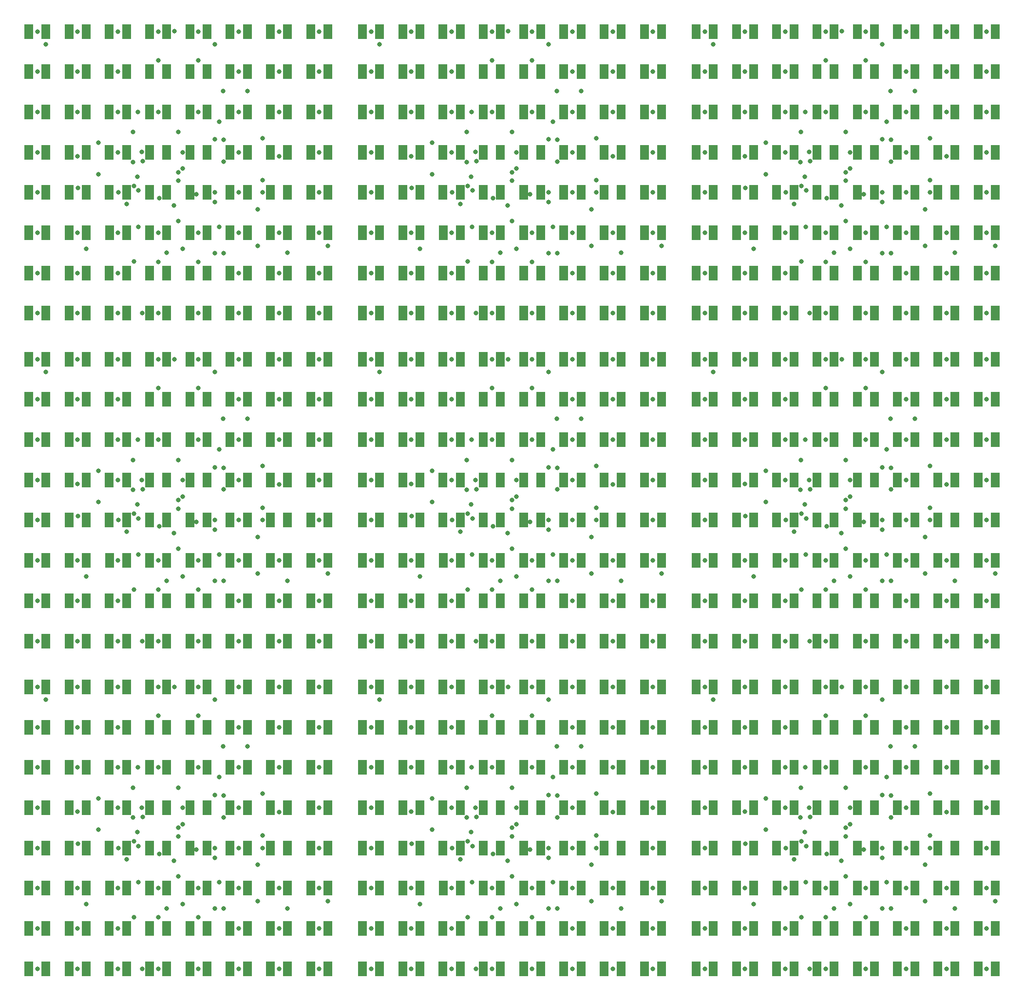
<source format=gbr>
%TF.GenerationSoftware,Altium Limited,Altium Designer,21.6.1 (37)*%
G04 Layer_Color=8388736*
%FSLAX43Y43*%
%MOMM*%
%TF.SameCoordinates,8D5B277E-474B-43DD-86F4-B2073A371E15*%
%TF.FilePolarity,Negative*%
%TF.FileFunction,Soldermask,Top*%
%TF.Part,CustomerPanel*%
G01*
G75*
%TA.AperFunction,SMDPad,CuDef*%
%ADD10R,1.500X2.600*%
%TA.AperFunction,ViaPad*%
%ADD13C,0.800*%
D10*
X149000Y124000D02*
D03*
X146000D02*
D03*
X118000Y166000D02*
D03*
X121000D02*
D03*
X128000D02*
D03*
X125000D02*
D03*
X132000D02*
D03*
X135000D02*
D03*
X142000D02*
D03*
X139000D02*
D03*
X146000D02*
D03*
X149000D02*
D03*
X156000D02*
D03*
X153000D02*
D03*
X160000D02*
D03*
X163000D02*
D03*
X170000D02*
D03*
X167000D02*
D03*
X118000Y159000D02*
D03*
X121000D02*
D03*
X128000D02*
D03*
X125000D02*
D03*
X132000D02*
D03*
X135000D02*
D03*
X142000D02*
D03*
X139000D02*
D03*
X146000D02*
D03*
X149000D02*
D03*
X156000D02*
D03*
X153000D02*
D03*
X160000D02*
D03*
X163000D02*
D03*
X170000D02*
D03*
X167000D02*
D03*
X118000Y152000D02*
D03*
X121000D02*
D03*
X128000D02*
D03*
X125000D02*
D03*
X132000D02*
D03*
X135000D02*
D03*
X142000D02*
D03*
X139000D02*
D03*
X146000D02*
D03*
X149000D02*
D03*
X156000D02*
D03*
X153000D02*
D03*
X160000D02*
D03*
X163000D02*
D03*
X170000D02*
D03*
X167000D02*
D03*
X118000Y145000D02*
D03*
X121000D02*
D03*
X128000D02*
D03*
X125000D02*
D03*
X132000D02*
D03*
X135000D02*
D03*
X142000D02*
D03*
X139000D02*
D03*
X146000D02*
D03*
X149000D02*
D03*
X156000D02*
D03*
X153000D02*
D03*
X160000D02*
D03*
X163000D02*
D03*
X170000D02*
D03*
X167000D02*
D03*
X118000Y138000D02*
D03*
X121000D02*
D03*
X128000D02*
D03*
X125000D02*
D03*
X132000D02*
D03*
X135000D02*
D03*
X142000D02*
D03*
X139000D02*
D03*
X146000D02*
D03*
X149000D02*
D03*
X156000D02*
D03*
X153000D02*
D03*
X160000D02*
D03*
X163000D02*
D03*
X170000D02*
D03*
X167000D02*
D03*
X118000Y131000D02*
D03*
X121000D02*
D03*
X128000D02*
D03*
X125000D02*
D03*
X132030Y131021D02*
D03*
X135030D02*
D03*
X142000Y131000D02*
D03*
X139000D02*
D03*
X146000D02*
D03*
X149000D02*
D03*
X156000D02*
D03*
X153000D02*
D03*
X160000D02*
D03*
X163000D02*
D03*
X170000D02*
D03*
X167000D02*
D03*
X118000Y124000D02*
D03*
X121000D02*
D03*
X128000D02*
D03*
X125000D02*
D03*
X132000D02*
D03*
X135000D02*
D03*
X142000D02*
D03*
X139000D02*
D03*
X156000D02*
D03*
X153000D02*
D03*
X160000D02*
D03*
X163000D02*
D03*
X170000D02*
D03*
X167000D02*
D03*
X118000Y117000D02*
D03*
X121000D02*
D03*
X128000D02*
D03*
X125000D02*
D03*
X132000D02*
D03*
X135000D02*
D03*
X142000D02*
D03*
X139000D02*
D03*
X146000D02*
D03*
X149000D02*
D03*
X156000D02*
D03*
X153000D02*
D03*
X160000D02*
D03*
X163000D02*
D03*
X170000D02*
D03*
X167000D02*
D03*
X149000Y67000D02*
D03*
X146000D02*
D03*
X118000Y109000D02*
D03*
X121000D02*
D03*
X128000D02*
D03*
X125000D02*
D03*
X132000D02*
D03*
X135000D02*
D03*
X142000D02*
D03*
X139000D02*
D03*
X146000D02*
D03*
X149000D02*
D03*
X156000D02*
D03*
X153000D02*
D03*
X160000D02*
D03*
X163000D02*
D03*
X170000D02*
D03*
X167000D02*
D03*
X118000Y102000D02*
D03*
X121000D02*
D03*
X128000D02*
D03*
X125000D02*
D03*
X132000D02*
D03*
X135000D02*
D03*
X142000D02*
D03*
X139000D02*
D03*
X146000D02*
D03*
X149000D02*
D03*
X156000D02*
D03*
X153000D02*
D03*
X160000D02*
D03*
X163000D02*
D03*
X170000D02*
D03*
X167000D02*
D03*
X118000Y95000D02*
D03*
X121000D02*
D03*
X128000D02*
D03*
X125000D02*
D03*
X132000D02*
D03*
X135000D02*
D03*
X142000D02*
D03*
X139000D02*
D03*
X146000D02*
D03*
X149000D02*
D03*
X156000D02*
D03*
X153000D02*
D03*
X160000D02*
D03*
X163000D02*
D03*
X170000D02*
D03*
X167000D02*
D03*
X118000Y88000D02*
D03*
X121000D02*
D03*
X128000D02*
D03*
X125000D02*
D03*
X132000D02*
D03*
X135000D02*
D03*
X142000D02*
D03*
X139000D02*
D03*
X146000D02*
D03*
X149000D02*
D03*
X156000D02*
D03*
X153000D02*
D03*
X160000D02*
D03*
X163000D02*
D03*
X170000D02*
D03*
X167000D02*
D03*
X118000Y81000D02*
D03*
X121000D02*
D03*
X128000D02*
D03*
X125000D02*
D03*
X132000D02*
D03*
X135000D02*
D03*
X142000D02*
D03*
X139000D02*
D03*
X146000D02*
D03*
X149000D02*
D03*
X156000D02*
D03*
X153000D02*
D03*
X160000D02*
D03*
X163000D02*
D03*
X170000D02*
D03*
X167000D02*
D03*
X118000Y74000D02*
D03*
X121000D02*
D03*
X128000D02*
D03*
X125000D02*
D03*
X132030Y74021D02*
D03*
X135030D02*
D03*
X142000Y74000D02*
D03*
X139000D02*
D03*
X146000D02*
D03*
X149000D02*
D03*
X156000D02*
D03*
X153000D02*
D03*
X160000D02*
D03*
X163000D02*
D03*
X170000D02*
D03*
X167000D02*
D03*
X118000Y67000D02*
D03*
X121000D02*
D03*
X128000D02*
D03*
X125000D02*
D03*
X132000D02*
D03*
X135000D02*
D03*
X142000D02*
D03*
X139000D02*
D03*
X156000D02*
D03*
X153000D02*
D03*
X160000D02*
D03*
X163000D02*
D03*
X170000D02*
D03*
X167000D02*
D03*
X118000Y60000D02*
D03*
X121000D02*
D03*
X128000D02*
D03*
X125000D02*
D03*
X132000D02*
D03*
X135000D02*
D03*
X142000D02*
D03*
X139000D02*
D03*
X146000D02*
D03*
X149000D02*
D03*
X156000D02*
D03*
X153000D02*
D03*
X160000D02*
D03*
X163000D02*
D03*
X170000D02*
D03*
X167000D02*
D03*
X149000Y10000D02*
D03*
X146000D02*
D03*
X118000Y52000D02*
D03*
X121000D02*
D03*
X128000D02*
D03*
X125000D02*
D03*
X132000D02*
D03*
X135000D02*
D03*
X142000D02*
D03*
X139000D02*
D03*
X146000D02*
D03*
X149000D02*
D03*
X156000D02*
D03*
X153000D02*
D03*
X160000D02*
D03*
X163000D02*
D03*
X170000D02*
D03*
X167000D02*
D03*
X118000Y45000D02*
D03*
X121000D02*
D03*
X128000D02*
D03*
X125000D02*
D03*
X132000D02*
D03*
X135000D02*
D03*
X142000D02*
D03*
X139000D02*
D03*
X146000D02*
D03*
X149000D02*
D03*
X156000D02*
D03*
X153000D02*
D03*
X160000D02*
D03*
X163000D02*
D03*
X170000D02*
D03*
X167000D02*
D03*
X118000Y38000D02*
D03*
X121000D02*
D03*
X128000D02*
D03*
X125000D02*
D03*
X132000D02*
D03*
X135000D02*
D03*
X142000D02*
D03*
X139000D02*
D03*
X146000D02*
D03*
X149000D02*
D03*
X156000D02*
D03*
X153000D02*
D03*
X160000D02*
D03*
X163000D02*
D03*
X170000D02*
D03*
X167000D02*
D03*
X118000Y31000D02*
D03*
X121000D02*
D03*
X128000D02*
D03*
X125000D02*
D03*
X132000D02*
D03*
X135000D02*
D03*
X142000D02*
D03*
X139000D02*
D03*
X146000D02*
D03*
X149000D02*
D03*
X156000D02*
D03*
X153000D02*
D03*
X160000D02*
D03*
X163000D02*
D03*
X170000D02*
D03*
X167000D02*
D03*
X118000Y24000D02*
D03*
X121000D02*
D03*
X128000D02*
D03*
X125000D02*
D03*
X132000D02*
D03*
X135000D02*
D03*
X142000D02*
D03*
X139000D02*
D03*
X146000D02*
D03*
X149000D02*
D03*
X156000D02*
D03*
X153000D02*
D03*
X160000D02*
D03*
X163000D02*
D03*
X170000D02*
D03*
X167000D02*
D03*
X118000Y17000D02*
D03*
X121000D02*
D03*
X128000D02*
D03*
X125000D02*
D03*
X132030Y17021D02*
D03*
X135030D02*
D03*
X142000Y17000D02*
D03*
X139000D02*
D03*
X146000D02*
D03*
X149000D02*
D03*
X156000D02*
D03*
X153000D02*
D03*
X160000D02*
D03*
X163000D02*
D03*
X170000D02*
D03*
X167000D02*
D03*
X118000Y10000D02*
D03*
X121000D02*
D03*
X128000D02*
D03*
X125000D02*
D03*
X132000D02*
D03*
X135000D02*
D03*
X142000D02*
D03*
X139000D02*
D03*
X156000D02*
D03*
X153000D02*
D03*
X160000D02*
D03*
X163000D02*
D03*
X170000D02*
D03*
X167000D02*
D03*
X118000Y3000D02*
D03*
X121000D02*
D03*
X128000D02*
D03*
X125000D02*
D03*
X132000D02*
D03*
X135000D02*
D03*
X142000D02*
D03*
X139000D02*
D03*
X146000D02*
D03*
X149000D02*
D03*
X156000D02*
D03*
X153000D02*
D03*
X160000D02*
D03*
X163000D02*
D03*
X170000D02*
D03*
X167000D02*
D03*
X91000Y124000D02*
D03*
X88000D02*
D03*
X60000Y166000D02*
D03*
X63000D02*
D03*
X70000D02*
D03*
X67000D02*
D03*
X74000D02*
D03*
X77000D02*
D03*
X84000D02*
D03*
X81000D02*
D03*
X88000D02*
D03*
X91000D02*
D03*
X98000D02*
D03*
X95000D02*
D03*
X102000D02*
D03*
X105000D02*
D03*
X112000D02*
D03*
X109000D02*
D03*
X60000Y159000D02*
D03*
X63000D02*
D03*
X70000D02*
D03*
X67000D02*
D03*
X74000D02*
D03*
X77000D02*
D03*
X84000D02*
D03*
X81000D02*
D03*
X88000D02*
D03*
X91000D02*
D03*
X98000D02*
D03*
X95000D02*
D03*
X102000D02*
D03*
X105000D02*
D03*
X112000D02*
D03*
X109000D02*
D03*
X60000Y152000D02*
D03*
X63000D02*
D03*
X70000D02*
D03*
X67000D02*
D03*
X74000D02*
D03*
X77000D02*
D03*
X84000D02*
D03*
X81000D02*
D03*
X88000D02*
D03*
X91000D02*
D03*
X98000D02*
D03*
X95000D02*
D03*
X102000D02*
D03*
X105000D02*
D03*
X112000D02*
D03*
X109000D02*
D03*
X60000Y145000D02*
D03*
X63000D02*
D03*
X70000D02*
D03*
X67000D02*
D03*
X74000D02*
D03*
X77000D02*
D03*
X84000D02*
D03*
X81000D02*
D03*
X88000D02*
D03*
X91000D02*
D03*
X98000D02*
D03*
X95000D02*
D03*
X102000D02*
D03*
X105000D02*
D03*
X112000D02*
D03*
X109000D02*
D03*
X60000Y138000D02*
D03*
X63000D02*
D03*
X70000D02*
D03*
X67000D02*
D03*
X74000D02*
D03*
X77000D02*
D03*
X84000D02*
D03*
X81000D02*
D03*
X88000D02*
D03*
X91000D02*
D03*
X98000D02*
D03*
X95000D02*
D03*
X102000D02*
D03*
X105000D02*
D03*
X112000D02*
D03*
X109000D02*
D03*
X60000Y131000D02*
D03*
X63000D02*
D03*
X70000D02*
D03*
X67000D02*
D03*
X74030Y131021D02*
D03*
X77030D02*
D03*
X84000Y131000D02*
D03*
X81000D02*
D03*
X88000D02*
D03*
X91000D02*
D03*
X98000D02*
D03*
X95000D02*
D03*
X102000D02*
D03*
X105000D02*
D03*
X112000D02*
D03*
X109000D02*
D03*
X60000Y124000D02*
D03*
X63000D02*
D03*
X70000D02*
D03*
X67000D02*
D03*
X74000D02*
D03*
X77000D02*
D03*
X84000D02*
D03*
X81000D02*
D03*
X98000D02*
D03*
X95000D02*
D03*
X102000D02*
D03*
X105000D02*
D03*
X112000D02*
D03*
X109000D02*
D03*
X60000Y117000D02*
D03*
X63000D02*
D03*
X70000D02*
D03*
X67000D02*
D03*
X74000D02*
D03*
X77000D02*
D03*
X84000D02*
D03*
X81000D02*
D03*
X88000D02*
D03*
X91000D02*
D03*
X98000D02*
D03*
X95000D02*
D03*
X102000D02*
D03*
X105000D02*
D03*
X112000D02*
D03*
X109000D02*
D03*
X91000Y67000D02*
D03*
X88000D02*
D03*
X60000Y109000D02*
D03*
X63000D02*
D03*
X70000D02*
D03*
X67000D02*
D03*
X74000D02*
D03*
X77000D02*
D03*
X84000D02*
D03*
X81000D02*
D03*
X88000D02*
D03*
X91000D02*
D03*
X98000D02*
D03*
X95000D02*
D03*
X102000D02*
D03*
X105000D02*
D03*
X112000D02*
D03*
X109000D02*
D03*
X60000Y102000D02*
D03*
X63000D02*
D03*
X70000D02*
D03*
X67000D02*
D03*
X74000D02*
D03*
X77000D02*
D03*
X84000D02*
D03*
X81000D02*
D03*
X88000D02*
D03*
X91000D02*
D03*
X98000D02*
D03*
X95000D02*
D03*
X102000D02*
D03*
X105000D02*
D03*
X112000D02*
D03*
X109000D02*
D03*
X60000Y95000D02*
D03*
X63000D02*
D03*
X70000D02*
D03*
X67000D02*
D03*
X74000D02*
D03*
X77000D02*
D03*
X84000D02*
D03*
X81000D02*
D03*
X88000D02*
D03*
X91000D02*
D03*
X98000D02*
D03*
X95000D02*
D03*
X102000D02*
D03*
X105000D02*
D03*
X112000D02*
D03*
X109000D02*
D03*
X60000Y88000D02*
D03*
X63000D02*
D03*
X70000D02*
D03*
X67000D02*
D03*
X74000D02*
D03*
X77000D02*
D03*
X84000D02*
D03*
X81000D02*
D03*
X88000D02*
D03*
X91000D02*
D03*
X98000D02*
D03*
X95000D02*
D03*
X102000D02*
D03*
X105000D02*
D03*
X112000D02*
D03*
X109000D02*
D03*
X60000Y81000D02*
D03*
X63000D02*
D03*
X70000D02*
D03*
X67000D02*
D03*
X74000D02*
D03*
X77000D02*
D03*
X84000D02*
D03*
X81000D02*
D03*
X88000D02*
D03*
X91000D02*
D03*
X98000D02*
D03*
X95000D02*
D03*
X102000D02*
D03*
X105000D02*
D03*
X112000D02*
D03*
X109000D02*
D03*
X60000Y74000D02*
D03*
X63000D02*
D03*
X70000D02*
D03*
X67000D02*
D03*
X74030Y74021D02*
D03*
X77030D02*
D03*
X84000Y74000D02*
D03*
X81000D02*
D03*
X88000D02*
D03*
X91000D02*
D03*
X98000D02*
D03*
X95000D02*
D03*
X102000D02*
D03*
X105000D02*
D03*
X112000D02*
D03*
X109000D02*
D03*
X60000Y67000D02*
D03*
X63000D02*
D03*
X70000D02*
D03*
X67000D02*
D03*
X74000D02*
D03*
X77000D02*
D03*
X84000D02*
D03*
X81000D02*
D03*
X98000D02*
D03*
X95000D02*
D03*
X102000D02*
D03*
X105000D02*
D03*
X112000D02*
D03*
X109000D02*
D03*
X60000Y60000D02*
D03*
X63000D02*
D03*
X70000D02*
D03*
X67000D02*
D03*
X74000D02*
D03*
X77000D02*
D03*
X84000D02*
D03*
X81000D02*
D03*
X88000D02*
D03*
X91000D02*
D03*
X98000D02*
D03*
X95000D02*
D03*
X102000D02*
D03*
X105000D02*
D03*
X112000D02*
D03*
X109000D02*
D03*
X91000Y10000D02*
D03*
X88000D02*
D03*
X60000Y52000D02*
D03*
X63000D02*
D03*
X70000D02*
D03*
X67000D02*
D03*
X74000D02*
D03*
X77000D02*
D03*
X84000D02*
D03*
X81000D02*
D03*
X88000D02*
D03*
X91000D02*
D03*
X98000D02*
D03*
X95000D02*
D03*
X102000D02*
D03*
X105000D02*
D03*
X112000D02*
D03*
X109000D02*
D03*
X60000Y45000D02*
D03*
X63000D02*
D03*
X70000D02*
D03*
X67000D02*
D03*
X74000D02*
D03*
X77000D02*
D03*
X84000D02*
D03*
X81000D02*
D03*
X88000D02*
D03*
X91000D02*
D03*
X98000D02*
D03*
X95000D02*
D03*
X102000D02*
D03*
X105000D02*
D03*
X112000D02*
D03*
X109000D02*
D03*
X60000Y38000D02*
D03*
X63000D02*
D03*
X70000D02*
D03*
X67000D02*
D03*
X74000D02*
D03*
X77000D02*
D03*
X84000D02*
D03*
X81000D02*
D03*
X88000D02*
D03*
X91000D02*
D03*
X98000D02*
D03*
X95000D02*
D03*
X102000D02*
D03*
X105000D02*
D03*
X112000D02*
D03*
X109000D02*
D03*
X60000Y31000D02*
D03*
X63000D02*
D03*
X70000D02*
D03*
X67000D02*
D03*
X74000D02*
D03*
X77000D02*
D03*
X84000D02*
D03*
X81000D02*
D03*
X88000D02*
D03*
X91000D02*
D03*
X98000D02*
D03*
X95000D02*
D03*
X102000D02*
D03*
X105000D02*
D03*
X112000D02*
D03*
X109000D02*
D03*
X60000Y24000D02*
D03*
X63000D02*
D03*
X70000D02*
D03*
X67000D02*
D03*
X74000D02*
D03*
X77000D02*
D03*
X84000D02*
D03*
X81000D02*
D03*
X88000D02*
D03*
X91000D02*
D03*
X98000D02*
D03*
X95000D02*
D03*
X102000D02*
D03*
X105000D02*
D03*
X112000D02*
D03*
X109000D02*
D03*
X60000Y17000D02*
D03*
X63000D02*
D03*
X70000D02*
D03*
X67000D02*
D03*
X74030Y17021D02*
D03*
X77030D02*
D03*
X84000Y17000D02*
D03*
X81000D02*
D03*
X88000D02*
D03*
X91000D02*
D03*
X98000D02*
D03*
X95000D02*
D03*
X102000D02*
D03*
X105000D02*
D03*
X112000D02*
D03*
X109000D02*
D03*
X60000Y10000D02*
D03*
X63000D02*
D03*
X70000D02*
D03*
X67000D02*
D03*
X74000D02*
D03*
X77000D02*
D03*
X84000D02*
D03*
X81000D02*
D03*
X98000D02*
D03*
X95000D02*
D03*
X102000D02*
D03*
X105000D02*
D03*
X112000D02*
D03*
X109000D02*
D03*
X60000Y3000D02*
D03*
X63000D02*
D03*
X70000D02*
D03*
X67000D02*
D03*
X74000D02*
D03*
X77000D02*
D03*
X84000D02*
D03*
X81000D02*
D03*
X88000D02*
D03*
X91000D02*
D03*
X98000D02*
D03*
X95000D02*
D03*
X102000D02*
D03*
X105000D02*
D03*
X112000D02*
D03*
X109000D02*
D03*
X33000Y124000D02*
D03*
X30000D02*
D03*
X2000Y166000D02*
D03*
X5000D02*
D03*
X12000D02*
D03*
X9000D02*
D03*
X16000D02*
D03*
X19000D02*
D03*
X26000D02*
D03*
X23000D02*
D03*
X30000D02*
D03*
X33000D02*
D03*
X40000D02*
D03*
X37000D02*
D03*
X44000D02*
D03*
X47000D02*
D03*
X54000D02*
D03*
X51000D02*
D03*
X2000Y159000D02*
D03*
X5000D02*
D03*
X12000D02*
D03*
X9000D02*
D03*
X16000D02*
D03*
X19000D02*
D03*
X26000D02*
D03*
X23000D02*
D03*
X30000D02*
D03*
X33000D02*
D03*
X40000D02*
D03*
X37000D02*
D03*
X44000D02*
D03*
X47000D02*
D03*
X54000D02*
D03*
X51000D02*
D03*
X2000Y152000D02*
D03*
X5000D02*
D03*
X12000D02*
D03*
X9000D02*
D03*
X16000D02*
D03*
X19000D02*
D03*
X26000D02*
D03*
X23000D02*
D03*
X30000D02*
D03*
X33000D02*
D03*
X40000D02*
D03*
X37000D02*
D03*
X44000D02*
D03*
X47000D02*
D03*
X54000D02*
D03*
X51000D02*
D03*
X2000Y145000D02*
D03*
X5000D02*
D03*
X12000D02*
D03*
X9000D02*
D03*
X16000D02*
D03*
X19000D02*
D03*
X26000D02*
D03*
X23000D02*
D03*
X30000D02*
D03*
X33000D02*
D03*
X40000D02*
D03*
X37000D02*
D03*
X44000D02*
D03*
X47000D02*
D03*
X54000D02*
D03*
X51000D02*
D03*
X2000Y138000D02*
D03*
X5000D02*
D03*
X12000D02*
D03*
X9000D02*
D03*
X16000D02*
D03*
X19000D02*
D03*
X26000D02*
D03*
X23000D02*
D03*
X30000D02*
D03*
X33000D02*
D03*
X40000D02*
D03*
X37000D02*
D03*
X44000D02*
D03*
X47000D02*
D03*
X54000D02*
D03*
X51000D02*
D03*
X2000Y131000D02*
D03*
X5000D02*
D03*
X12000D02*
D03*
X9000D02*
D03*
X16030Y131021D02*
D03*
X19030D02*
D03*
X26000Y131000D02*
D03*
X23000D02*
D03*
X30000D02*
D03*
X33000D02*
D03*
X40000D02*
D03*
X37000D02*
D03*
X44000D02*
D03*
X47000D02*
D03*
X54000D02*
D03*
X51000D02*
D03*
X2000Y124000D02*
D03*
X5000D02*
D03*
X12000D02*
D03*
X9000D02*
D03*
X16000D02*
D03*
X19000D02*
D03*
X26000D02*
D03*
X23000D02*
D03*
X40000D02*
D03*
X37000D02*
D03*
X44000D02*
D03*
X47000D02*
D03*
X54000D02*
D03*
X51000D02*
D03*
X2000Y117000D02*
D03*
X5000D02*
D03*
X12000D02*
D03*
X9000D02*
D03*
X16000D02*
D03*
X19000D02*
D03*
X26000D02*
D03*
X23000D02*
D03*
X30000D02*
D03*
X33000D02*
D03*
X40000D02*
D03*
X37000D02*
D03*
X44000D02*
D03*
X47000D02*
D03*
X54000D02*
D03*
X51000D02*
D03*
X33000Y67000D02*
D03*
X30000D02*
D03*
X2000Y109000D02*
D03*
X5000D02*
D03*
X12000D02*
D03*
X9000D02*
D03*
X16000D02*
D03*
X19000D02*
D03*
X26000D02*
D03*
X23000D02*
D03*
X30000D02*
D03*
X33000D02*
D03*
X40000D02*
D03*
X37000D02*
D03*
X44000D02*
D03*
X47000D02*
D03*
X54000D02*
D03*
X51000D02*
D03*
X2000Y102000D02*
D03*
X5000D02*
D03*
X12000D02*
D03*
X9000D02*
D03*
X16000D02*
D03*
X19000D02*
D03*
X26000D02*
D03*
X23000D02*
D03*
X30000D02*
D03*
X33000D02*
D03*
X40000D02*
D03*
X37000D02*
D03*
X44000D02*
D03*
X47000D02*
D03*
X54000D02*
D03*
X51000D02*
D03*
X2000Y95000D02*
D03*
X5000D02*
D03*
X12000D02*
D03*
X9000D02*
D03*
X16000D02*
D03*
X19000D02*
D03*
X26000D02*
D03*
X23000D02*
D03*
X30000D02*
D03*
X33000D02*
D03*
X40000D02*
D03*
X37000D02*
D03*
X44000D02*
D03*
X47000D02*
D03*
X54000D02*
D03*
X51000D02*
D03*
X2000Y88000D02*
D03*
X5000D02*
D03*
X12000D02*
D03*
X9000D02*
D03*
X16000D02*
D03*
X19000D02*
D03*
X26000D02*
D03*
X23000D02*
D03*
X30000D02*
D03*
X33000D02*
D03*
X40000D02*
D03*
X37000D02*
D03*
X44000D02*
D03*
X47000D02*
D03*
X54000D02*
D03*
X51000D02*
D03*
X2000Y81000D02*
D03*
X5000D02*
D03*
X12000D02*
D03*
X9000D02*
D03*
X16000D02*
D03*
X19000D02*
D03*
X26000D02*
D03*
X23000D02*
D03*
X30000D02*
D03*
X33000D02*
D03*
X40000D02*
D03*
X37000D02*
D03*
X44000D02*
D03*
X47000D02*
D03*
X54000D02*
D03*
X51000D02*
D03*
X2000Y74000D02*
D03*
X5000D02*
D03*
X12000D02*
D03*
X9000D02*
D03*
X16030Y74021D02*
D03*
X19030D02*
D03*
X26000Y74000D02*
D03*
X23000D02*
D03*
X30000D02*
D03*
X33000D02*
D03*
X40000D02*
D03*
X37000D02*
D03*
X44000D02*
D03*
X47000D02*
D03*
X54000D02*
D03*
X51000D02*
D03*
X2000Y67000D02*
D03*
X5000D02*
D03*
X12000D02*
D03*
X9000D02*
D03*
X16000D02*
D03*
X19000D02*
D03*
X26000D02*
D03*
X23000D02*
D03*
X40000D02*
D03*
X37000D02*
D03*
X44000D02*
D03*
X47000D02*
D03*
X54000D02*
D03*
X51000D02*
D03*
X2000Y60000D02*
D03*
X5000D02*
D03*
X12000D02*
D03*
X9000D02*
D03*
X16000D02*
D03*
X19000D02*
D03*
X26000D02*
D03*
X23000D02*
D03*
X30000D02*
D03*
X33000D02*
D03*
X40000D02*
D03*
X37000D02*
D03*
X44000D02*
D03*
X47000D02*
D03*
X54000D02*
D03*
X51000D02*
D03*
X33000Y10000D02*
D03*
X30000D02*
D03*
X2000Y52000D02*
D03*
X5000D02*
D03*
X12000D02*
D03*
X9000D02*
D03*
X16000D02*
D03*
X19000D02*
D03*
X26000D02*
D03*
X23000D02*
D03*
X30000D02*
D03*
X33000D02*
D03*
X40000D02*
D03*
X37000D02*
D03*
X44000D02*
D03*
X47000D02*
D03*
X54000D02*
D03*
X51000D02*
D03*
X2000Y45000D02*
D03*
X5000D02*
D03*
X12000D02*
D03*
X9000D02*
D03*
X16000D02*
D03*
X19000D02*
D03*
X26000D02*
D03*
X23000D02*
D03*
X30000D02*
D03*
X33000D02*
D03*
X40000D02*
D03*
X37000D02*
D03*
X44000D02*
D03*
X47000D02*
D03*
X54000D02*
D03*
X51000D02*
D03*
X2000Y38000D02*
D03*
X5000D02*
D03*
X12000D02*
D03*
X9000D02*
D03*
X16000D02*
D03*
X19000D02*
D03*
X26000D02*
D03*
X23000D02*
D03*
X30000D02*
D03*
X33000D02*
D03*
X40000D02*
D03*
X37000D02*
D03*
X44000D02*
D03*
X47000D02*
D03*
X54000D02*
D03*
X51000D02*
D03*
X2000Y31000D02*
D03*
X5000D02*
D03*
X12000D02*
D03*
X9000D02*
D03*
X16000D02*
D03*
X19000D02*
D03*
X26000D02*
D03*
X23000D02*
D03*
X30000D02*
D03*
X33000D02*
D03*
X40000D02*
D03*
X37000D02*
D03*
X44000D02*
D03*
X47000D02*
D03*
X54000D02*
D03*
X51000D02*
D03*
X2000Y24000D02*
D03*
X5000D02*
D03*
X12000D02*
D03*
X9000D02*
D03*
X16000D02*
D03*
X19000D02*
D03*
X26000D02*
D03*
X23000D02*
D03*
X30000D02*
D03*
X33000D02*
D03*
X40000D02*
D03*
X37000D02*
D03*
X44000D02*
D03*
X47000D02*
D03*
X54000D02*
D03*
X51000D02*
D03*
X2000Y17000D02*
D03*
X5000D02*
D03*
X12000D02*
D03*
X9000D02*
D03*
X16030Y17021D02*
D03*
X19030D02*
D03*
X26000Y17000D02*
D03*
X23000D02*
D03*
X30000D02*
D03*
X33000D02*
D03*
X40000D02*
D03*
X37000D02*
D03*
X44000D02*
D03*
X47000D02*
D03*
X54000D02*
D03*
X51000D02*
D03*
X2000Y10000D02*
D03*
X5000D02*
D03*
X12000D02*
D03*
X9000D02*
D03*
X16000D02*
D03*
X19000D02*
D03*
X26000D02*
D03*
X23000D02*
D03*
X40000D02*
D03*
X37000D02*
D03*
X44000D02*
D03*
X47000D02*
D03*
X54000D02*
D03*
X51000D02*
D03*
X2000Y3000D02*
D03*
X5000D02*
D03*
X12000D02*
D03*
X9000D02*
D03*
X16000D02*
D03*
X19000D02*
D03*
X26000D02*
D03*
X23000D02*
D03*
X30000D02*
D03*
X33000D02*
D03*
X40000D02*
D03*
X37000D02*
D03*
X44000D02*
D03*
X47000D02*
D03*
X54000D02*
D03*
X51000D02*
D03*
D13*
X135000Y135986D02*
D03*
X133621Y138000D02*
D03*
X144000Y133024D02*
D03*
X133500Y145000D02*
D03*
X136962Y152000D02*
D03*
X136141Y143313D02*
D03*
X137781Y143413D02*
D03*
X137645Y145013D02*
D03*
X136163Y148485D02*
D03*
X136903Y140771D02*
D03*
X170000Y128740D02*
D03*
X157771D02*
D03*
Y135090D02*
D03*
X147123Y137690D02*
D03*
X151097Y132042D02*
D03*
X154500Y138000D02*
D03*
X150357Y136315D02*
D03*
X143260Y135745D02*
D03*
X158672Y140170D02*
D03*
Y138000D02*
D03*
X151837Y143337D02*
D03*
X150357Y138000D02*
D03*
X162990Y127492D02*
D03*
X154500Y131000D02*
D03*
X151852Y127470D02*
D03*
X150346Y147215D02*
D03*
X151852Y147140D02*
D03*
X154500Y152000D02*
D03*
Y159000D02*
D03*
Y166000D02*
D03*
X156000Y155664D02*
D03*
X151814D02*
D03*
X151111Y150305D02*
D03*
X142000Y127492D02*
D03*
X150357Y127470D02*
D03*
X140665Y136964D02*
D03*
X137099Y138325D02*
D03*
X136300Y139154D02*
D03*
X128000Y128232D02*
D03*
X144740D02*
D03*
Y142146D02*
D03*
Y144996D02*
D03*
X144000Y148485D02*
D03*
X161500Y152000D02*
D03*
X158672Y147460D02*
D03*
X147500Y152000D02*
D03*
X147496Y160998D02*
D03*
X121000Y163792D02*
D03*
X150357D02*
D03*
X137764Y117000D02*
D03*
X144000Y141500D02*
D03*
X136300Y125966D02*
D03*
X144000Y140030D02*
D03*
X119500Y145000D02*
D03*
X130115Y141186D02*
D03*
X143300Y166011D02*
D03*
X147500Y131000D02*
D03*
X137082Y132042D02*
D03*
X140500Y131000D02*
D03*
X130115Y146624D02*
D03*
X168500Y138000D02*
D03*
X154500Y145000D02*
D03*
X140491Y161001D02*
D03*
X140538Y125946D02*
D03*
X147496D02*
D03*
X126456Y144306D02*
D03*
X126529Y138759D02*
D03*
X161500Y144260D02*
D03*
X119500Y166000D02*
D03*
Y159000D02*
D03*
Y152000D02*
D03*
Y138000D02*
D03*
Y131000D02*
D03*
Y124000D02*
D03*
X168500D02*
D03*
X154500D02*
D03*
X133500D02*
D03*
X126500D02*
D03*
X161500D02*
D03*
X168500Y117000D02*
D03*
X154500D02*
D03*
X147500D02*
D03*
X140500D02*
D03*
X133500D02*
D03*
X126500D02*
D03*
X119500D02*
D03*
X161500D02*
D03*
X168500Y131000D02*
D03*
X133500D02*
D03*
X126500D02*
D03*
X161500D02*
D03*
X168500Y145000D02*
D03*
Y152000D02*
D03*
X140500D02*
D03*
X133500D02*
D03*
X126500D02*
D03*
X161500Y159000D02*
D03*
X126500D02*
D03*
X133500D02*
D03*
X168500D02*
D03*
Y166000D02*
D03*
X161500D02*
D03*
X147500D02*
D03*
X140500D02*
D03*
X133500D02*
D03*
X126500D02*
D03*
X135000Y78986D02*
D03*
X133621Y81000D02*
D03*
X144000Y76024D02*
D03*
X133500Y88000D02*
D03*
X136962Y95000D02*
D03*
X136141Y86313D02*
D03*
X137781Y86413D02*
D03*
X137645Y88013D02*
D03*
X136163Y91485D02*
D03*
X136903Y83771D02*
D03*
X170000Y71740D02*
D03*
X157771D02*
D03*
Y78090D02*
D03*
X147123Y80690D02*
D03*
X151097Y75042D02*
D03*
X154500Y81000D02*
D03*
X150357Y79315D02*
D03*
X143260Y78745D02*
D03*
X158672Y83170D02*
D03*
Y81000D02*
D03*
X151837Y86337D02*
D03*
X150357Y81000D02*
D03*
X162990Y70491D02*
D03*
X154500Y74000D02*
D03*
X151852Y70470D02*
D03*
X150346Y90215D02*
D03*
X151852Y90140D02*
D03*
X154500Y95000D02*
D03*
Y102000D02*
D03*
Y109000D02*
D03*
X156000Y98664D02*
D03*
X151814D02*
D03*
X151111Y93305D02*
D03*
X142000Y70491D02*
D03*
X150357Y70470D02*
D03*
X140665Y79964D02*
D03*
X137099Y81325D02*
D03*
X136300Y82154D02*
D03*
X128000Y71232D02*
D03*
X144740D02*
D03*
Y85146D02*
D03*
Y87996D02*
D03*
X144000Y91485D02*
D03*
X161500Y95000D02*
D03*
X158672Y90460D02*
D03*
X147500Y95000D02*
D03*
X147496Y103998D02*
D03*
X121000Y106792D02*
D03*
X150357D02*
D03*
X137764Y60000D02*
D03*
X144000Y84500D02*
D03*
X136300Y68966D02*
D03*
X144000Y83030D02*
D03*
X119500Y88000D02*
D03*
X130115Y84186D02*
D03*
X143300Y109011D02*
D03*
X147500Y74000D02*
D03*
X137082Y75042D02*
D03*
X140500Y74000D02*
D03*
X130115Y89624D02*
D03*
X168500Y81000D02*
D03*
X154500Y88000D02*
D03*
X140491Y104001D02*
D03*
X140538Y68946D02*
D03*
X147496D02*
D03*
X126456Y87306D02*
D03*
X126529Y81759D02*
D03*
X161500Y87260D02*
D03*
X119500Y109000D02*
D03*
Y102000D02*
D03*
Y95000D02*
D03*
Y81000D02*
D03*
Y74000D02*
D03*
Y67000D02*
D03*
X168500D02*
D03*
X154500D02*
D03*
X133500D02*
D03*
X126500D02*
D03*
X161500D02*
D03*
X168500Y60000D02*
D03*
X154500D02*
D03*
X147500D02*
D03*
X140500D02*
D03*
X133500D02*
D03*
X126500D02*
D03*
X119500D02*
D03*
X161500D02*
D03*
X168500Y74000D02*
D03*
X133500D02*
D03*
X126500D02*
D03*
X161500D02*
D03*
X168500Y88000D02*
D03*
Y95000D02*
D03*
X140500D02*
D03*
X133500D02*
D03*
X126500D02*
D03*
X161500Y102000D02*
D03*
X126500D02*
D03*
X133500D02*
D03*
X168500D02*
D03*
Y109000D02*
D03*
X161500D02*
D03*
X147500D02*
D03*
X140500D02*
D03*
X133500D02*
D03*
X126500D02*
D03*
X135000Y21986D02*
D03*
X133621Y24000D02*
D03*
X144000Y19024D02*
D03*
X133500Y31000D02*
D03*
X136962Y38000D02*
D03*
X136141Y29313D02*
D03*
X137781Y29413D02*
D03*
X137645Y31013D02*
D03*
X136163Y34485D02*
D03*
X136903Y26771D02*
D03*
X170000Y14740D02*
D03*
X157771D02*
D03*
Y21090D02*
D03*
X147123Y23690D02*
D03*
X151097Y18042D02*
D03*
X154500Y24000D02*
D03*
X150357Y22315D02*
D03*
X143259Y21745D02*
D03*
X158672Y26170D02*
D03*
Y24000D02*
D03*
X151837Y29337D02*
D03*
X150357Y24000D02*
D03*
X162990Y13491D02*
D03*
X154500Y17000D02*
D03*
X151852Y13470D02*
D03*
X150346Y33215D02*
D03*
X151852Y33140D02*
D03*
X154500Y38000D02*
D03*
Y45000D02*
D03*
Y52000D02*
D03*
X156000Y41664D02*
D03*
X151814D02*
D03*
X151111Y36305D02*
D03*
X142000Y13491D02*
D03*
X150357Y13470D02*
D03*
X140665Y22964D02*
D03*
X137099Y24325D02*
D03*
X136300Y25154D02*
D03*
X128000Y14232D02*
D03*
X144740D02*
D03*
Y28146D02*
D03*
Y30996D02*
D03*
X144000Y34485D02*
D03*
X161500Y38000D02*
D03*
X158672Y33460D02*
D03*
X147500Y38000D02*
D03*
X147496Y46998D02*
D03*
X121000Y49792D02*
D03*
X150357D02*
D03*
X137764Y3000D02*
D03*
X144000Y27500D02*
D03*
X136300Y11966D02*
D03*
X144000Y26030D02*
D03*
X119500Y31000D02*
D03*
X130115Y27186D02*
D03*
X143300Y52011D02*
D03*
X147500Y17000D02*
D03*
X137082Y18042D02*
D03*
X140500Y17000D02*
D03*
X130115Y32624D02*
D03*
X168500Y24000D02*
D03*
X154500Y31000D02*
D03*
X140491Y47001D02*
D03*
X140538Y11946D02*
D03*
X147496D02*
D03*
X126456Y30306D02*
D03*
X126529Y24759D02*
D03*
X161500Y30260D02*
D03*
X119500Y52000D02*
D03*
Y45000D02*
D03*
Y38000D02*
D03*
Y24000D02*
D03*
Y17000D02*
D03*
Y10000D02*
D03*
X168500D02*
D03*
X154500D02*
D03*
X133500D02*
D03*
X126500D02*
D03*
X161500D02*
D03*
X168500Y3000D02*
D03*
X154500D02*
D03*
X147500D02*
D03*
X140500D02*
D03*
X133500D02*
D03*
X126500D02*
D03*
X119500D02*
D03*
X161500D02*
D03*
X168500Y17000D02*
D03*
X133500D02*
D03*
X126500D02*
D03*
X161500D02*
D03*
X168500Y31000D02*
D03*
Y38000D02*
D03*
X140500D02*
D03*
X133500D02*
D03*
X126500D02*
D03*
X161500Y45000D02*
D03*
X126500D02*
D03*
X133500D02*
D03*
X168500D02*
D03*
Y52000D02*
D03*
X161500D02*
D03*
X147500D02*
D03*
X140500D02*
D03*
X133500D02*
D03*
X126500D02*
D03*
X77000Y135986D02*
D03*
X75621Y138000D02*
D03*
X86000Y133024D02*
D03*
X75500Y145000D02*
D03*
X78962Y152000D02*
D03*
X78141Y143313D02*
D03*
X79781Y143413D02*
D03*
X79645Y145013D02*
D03*
X78163Y148485D02*
D03*
X78903Y140771D02*
D03*
X112000Y128740D02*
D03*
X99771D02*
D03*
Y135090D02*
D03*
X89123Y137690D02*
D03*
X93097Y132042D02*
D03*
X96500Y138000D02*
D03*
X92357Y136315D02*
D03*
X85259Y135745D02*
D03*
X100672Y140170D02*
D03*
Y138000D02*
D03*
X93837Y143337D02*
D03*
X92357Y138000D02*
D03*
X104990Y127492D02*
D03*
X96500Y131000D02*
D03*
X93852Y127470D02*
D03*
X92346Y147215D02*
D03*
X93852Y147140D02*
D03*
X96500Y152000D02*
D03*
Y159000D02*
D03*
Y166000D02*
D03*
X98000Y155664D02*
D03*
X93814D02*
D03*
X93111Y150305D02*
D03*
X84000Y127492D02*
D03*
X92357Y127470D02*
D03*
X82665Y136964D02*
D03*
X79099Y138325D02*
D03*
X78300Y139154D02*
D03*
X70000Y128232D02*
D03*
X86741D02*
D03*
Y142146D02*
D03*
Y144996D02*
D03*
X86000Y148485D02*
D03*
X103500Y152000D02*
D03*
X100672Y147460D02*
D03*
X89500Y152000D02*
D03*
X89496Y160998D02*
D03*
X63000Y163792D02*
D03*
X92357D02*
D03*
X79764Y117000D02*
D03*
X86000Y141500D02*
D03*
X78300Y125966D02*
D03*
X86000Y140030D02*
D03*
X61500Y145000D02*
D03*
X72115Y141186D02*
D03*
X85300Y166011D02*
D03*
X89500Y131000D02*
D03*
X79082Y132042D02*
D03*
X82500Y131000D02*
D03*
X72115Y146624D02*
D03*
X110500Y138000D02*
D03*
X96500Y145000D02*
D03*
X82491Y161001D02*
D03*
X82538Y125946D02*
D03*
X89496D02*
D03*
X68456Y144306D02*
D03*
X68529Y138759D02*
D03*
X103500Y144260D02*
D03*
X61500Y166000D02*
D03*
Y159000D02*
D03*
Y152000D02*
D03*
Y138000D02*
D03*
Y131000D02*
D03*
Y124000D02*
D03*
X110500D02*
D03*
X96500D02*
D03*
X75500D02*
D03*
X68500D02*
D03*
X103500D02*
D03*
X110500Y117000D02*
D03*
X96500D02*
D03*
X89500D02*
D03*
X82500D02*
D03*
X75500D02*
D03*
X68500D02*
D03*
X61500D02*
D03*
X103500D02*
D03*
X110500Y131000D02*
D03*
X75500D02*
D03*
X68500D02*
D03*
X103500D02*
D03*
X110500Y145000D02*
D03*
Y152000D02*
D03*
X82500D02*
D03*
X75500D02*
D03*
X68500D02*
D03*
X103500Y159000D02*
D03*
X68500D02*
D03*
X75500D02*
D03*
X110500D02*
D03*
Y166000D02*
D03*
X103500D02*
D03*
X89500D02*
D03*
X82500D02*
D03*
X75500D02*
D03*
X68500D02*
D03*
X77000Y78986D02*
D03*
X75621Y81000D02*
D03*
X86000Y76024D02*
D03*
X75500Y88000D02*
D03*
X78962Y95000D02*
D03*
X78141Y86313D02*
D03*
X79781Y86413D02*
D03*
X79645Y88013D02*
D03*
X78163Y91485D02*
D03*
X78903Y83771D02*
D03*
X112000Y71740D02*
D03*
X99771D02*
D03*
Y78090D02*
D03*
X89123Y80690D02*
D03*
X93097Y75042D02*
D03*
X96500Y81000D02*
D03*
X92357Y79315D02*
D03*
X85259Y78745D02*
D03*
X100672Y83170D02*
D03*
Y81000D02*
D03*
X93837Y86337D02*
D03*
X92357Y81000D02*
D03*
X104990Y70491D02*
D03*
X96500Y74000D02*
D03*
X93852Y70470D02*
D03*
X92346Y90215D02*
D03*
X93852Y90140D02*
D03*
X96500Y95000D02*
D03*
Y102000D02*
D03*
Y109000D02*
D03*
X98000Y98664D02*
D03*
X93814D02*
D03*
X93111Y93305D02*
D03*
X84000Y70491D02*
D03*
X92357Y70470D02*
D03*
X82665Y79964D02*
D03*
X79099Y81325D02*
D03*
X78300Y82154D02*
D03*
X70000Y71232D02*
D03*
X86741D02*
D03*
Y85146D02*
D03*
Y87996D02*
D03*
X86000Y91485D02*
D03*
X103500Y95000D02*
D03*
X100672Y90460D02*
D03*
X89500Y95000D02*
D03*
X89496Y103998D02*
D03*
X63000Y106792D02*
D03*
X92357D02*
D03*
X79764Y60000D02*
D03*
X86000Y84500D02*
D03*
X78300Y68966D02*
D03*
X86000Y83030D02*
D03*
X61500Y88000D02*
D03*
X72115Y84186D02*
D03*
X85300Y109011D02*
D03*
X89500Y74000D02*
D03*
X79082Y75042D02*
D03*
X82500Y74000D02*
D03*
X72115Y89624D02*
D03*
X110500Y81000D02*
D03*
X96500Y88000D02*
D03*
X82491Y104001D02*
D03*
X82538Y68946D02*
D03*
X89496D02*
D03*
X68456Y87306D02*
D03*
X68529Y81759D02*
D03*
X103500Y87260D02*
D03*
X61500Y109000D02*
D03*
Y102000D02*
D03*
Y95000D02*
D03*
Y81000D02*
D03*
Y74000D02*
D03*
Y67000D02*
D03*
X110500D02*
D03*
X96500D02*
D03*
X75500D02*
D03*
X68500D02*
D03*
X103500D02*
D03*
X110500Y60000D02*
D03*
X96500D02*
D03*
X89500D02*
D03*
X82500D02*
D03*
X75500D02*
D03*
X68500D02*
D03*
X61500D02*
D03*
X103500D02*
D03*
X110500Y74000D02*
D03*
X75500D02*
D03*
X68500D02*
D03*
X103500D02*
D03*
X110500Y88000D02*
D03*
Y95000D02*
D03*
X82500D02*
D03*
X75500D02*
D03*
X68500D02*
D03*
X103500Y102000D02*
D03*
X68500D02*
D03*
X75500D02*
D03*
X110500D02*
D03*
Y109000D02*
D03*
X103500D02*
D03*
X89500D02*
D03*
X82500D02*
D03*
X75500D02*
D03*
X68500D02*
D03*
X77000Y21986D02*
D03*
X75621Y24000D02*
D03*
X86000Y19024D02*
D03*
X75500Y31000D02*
D03*
X78962Y38000D02*
D03*
X78141Y29313D02*
D03*
X79781Y29413D02*
D03*
X79645Y31013D02*
D03*
X78163Y34485D02*
D03*
X78903Y26771D02*
D03*
X112000Y14740D02*
D03*
X99771D02*
D03*
Y21090D02*
D03*
X89123Y23690D02*
D03*
X93097Y18042D02*
D03*
X96500Y24000D02*
D03*
X92357Y22315D02*
D03*
X85259Y21745D02*
D03*
X100672Y26170D02*
D03*
Y24000D02*
D03*
X93837Y29337D02*
D03*
X92357Y24000D02*
D03*
X104990Y13491D02*
D03*
X96500Y17000D02*
D03*
X93852Y13470D02*
D03*
X92346Y33215D02*
D03*
X93852Y33140D02*
D03*
X96500Y38000D02*
D03*
Y45000D02*
D03*
Y52000D02*
D03*
X98000Y41664D02*
D03*
X93814D02*
D03*
X93111Y36305D02*
D03*
X84000Y13491D02*
D03*
X92357Y13470D02*
D03*
X82665Y22964D02*
D03*
X79099Y24325D02*
D03*
X78300Y25154D02*
D03*
X70000Y14232D02*
D03*
X86741D02*
D03*
Y28146D02*
D03*
Y30996D02*
D03*
X86000Y34485D02*
D03*
X103500Y38000D02*
D03*
X100672Y33460D02*
D03*
X89500Y38000D02*
D03*
X89496Y46998D02*
D03*
X63000Y49792D02*
D03*
X92357D02*
D03*
X79764Y3000D02*
D03*
X86000Y27500D02*
D03*
X78300Y11966D02*
D03*
X86000Y26030D02*
D03*
X61500Y31000D02*
D03*
X72115Y27186D02*
D03*
X85300Y52011D02*
D03*
X89500Y17000D02*
D03*
X79082Y18042D02*
D03*
X82500Y17000D02*
D03*
X72115Y32624D02*
D03*
X110500Y24000D02*
D03*
X96500Y31000D02*
D03*
X82491Y47001D02*
D03*
X82538Y11946D02*
D03*
X89496D02*
D03*
X68456Y30306D02*
D03*
X68529Y24759D02*
D03*
X103500Y30260D02*
D03*
X61500Y52000D02*
D03*
Y45000D02*
D03*
Y38000D02*
D03*
Y24000D02*
D03*
Y17000D02*
D03*
Y10000D02*
D03*
X110500D02*
D03*
X96500D02*
D03*
X75500D02*
D03*
X68500D02*
D03*
X103500D02*
D03*
X110500Y3000D02*
D03*
X96500D02*
D03*
X89500D02*
D03*
X82500D02*
D03*
X75500D02*
D03*
X68500D02*
D03*
X61500D02*
D03*
X103500D02*
D03*
X110500Y17000D02*
D03*
X75500D02*
D03*
X68500D02*
D03*
X103500D02*
D03*
X110500Y31000D02*
D03*
Y38000D02*
D03*
X82500D02*
D03*
X75500D02*
D03*
X68500D02*
D03*
X103500Y45000D02*
D03*
X68500D02*
D03*
X75500D02*
D03*
X110500D02*
D03*
Y52000D02*
D03*
X103500D02*
D03*
X89500D02*
D03*
X82500D02*
D03*
X75500D02*
D03*
X68500D02*
D03*
X19000Y135986D02*
D03*
X17621Y138000D02*
D03*
X28000Y133024D02*
D03*
X17500Y145000D02*
D03*
X20962Y152000D02*
D03*
X20141Y143313D02*
D03*
X21781Y143413D02*
D03*
X21645Y145013D02*
D03*
X20163Y148485D02*
D03*
X20903Y140771D02*
D03*
X54000Y128740D02*
D03*
X41771D02*
D03*
Y135090D02*
D03*
X31123Y137690D02*
D03*
X35097Y132042D02*
D03*
X38500Y138000D02*
D03*
X34357Y136315D02*
D03*
X27260Y135745D02*
D03*
X42672Y140170D02*
D03*
Y138000D02*
D03*
X35837Y143337D02*
D03*
X34357Y138000D02*
D03*
X46990Y127492D02*
D03*
X38500Y131000D02*
D03*
X35852Y127470D02*
D03*
X34346Y147215D02*
D03*
X35852Y147140D02*
D03*
X38500Y152000D02*
D03*
Y159000D02*
D03*
Y166000D02*
D03*
X40000Y155664D02*
D03*
X35814D02*
D03*
X35111Y150305D02*
D03*
X26000Y127492D02*
D03*
X34357Y127470D02*
D03*
X24665Y136964D02*
D03*
X21099Y138325D02*
D03*
X20300Y139154D02*
D03*
X12000Y128232D02*
D03*
X28740D02*
D03*
Y142146D02*
D03*
Y144996D02*
D03*
X28000Y148485D02*
D03*
X45500Y152000D02*
D03*
X42672Y147460D02*
D03*
X31500Y152000D02*
D03*
X31496Y160998D02*
D03*
X5000Y163792D02*
D03*
X34357D02*
D03*
X21764Y117000D02*
D03*
X28000Y141500D02*
D03*
X20300Y125966D02*
D03*
X28000Y140030D02*
D03*
X3500Y145000D02*
D03*
X14115Y141186D02*
D03*
X27300Y166011D02*
D03*
X31500Y131000D02*
D03*
X21082Y132042D02*
D03*
X24500Y131000D02*
D03*
X14115Y146624D02*
D03*
X52500Y138000D02*
D03*
X38500Y145000D02*
D03*
X24491Y161001D02*
D03*
X24538Y125946D02*
D03*
X31496D02*
D03*
X10456Y144306D02*
D03*
X10529Y138759D02*
D03*
X45500Y144260D02*
D03*
X3500Y166000D02*
D03*
Y159000D02*
D03*
Y152000D02*
D03*
Y138000D02*
D03*
Y131000D02*
D03*
Y124000D02*
D03*
X52500D02*
D03*
X38500D02*
D03*
X17500D02*
D03*
X10500D02*
D03*
X45500D02*
D03*
X52500Y117000D02*
D03*
X38500D02*
D03*
X31500D02*
D03*
X24500D02*
D03*
X17500D02*
D03*
X10500D02*
D03*
X3500D02*
D03*
X45500D02*
D03*
X52500Y131000D02*
D03*
X17500D02*
D03*
X10500D02*
D03*
X45500D02*
D03*
X52500Y145000D02*
D03*
Y152000D02*
D03*
X24500D02*
D03*
X17500D02*
D03*
X10500D02*
D03*
X45500Y159000D02*
D03*
X10500D02*
D03*
X17500D02*
D03*
X52500D02*
D03*
Y166000D02*
D03*
X45500D02*
D03*
X31500D02*
D03*
X24500D02*
D03*
X17500D02*
D03*
X10500D02*
D03*
X19000Y78986D02*
D03*
X17621Y81000D02*
D03*
X28000Y76024D02*
D03*
X17500Y88000D02*
D03*
X20962Y95000D02*
D03*
X20141Y86313D02*
D03*
X21781Y86413D02*
D03*
X21645Y88013D02*
D03*
X20163Y91485D02*
D03*
X20903Y83771D02*
D03*
X54000Y71740D02*
D03*
X41771D02*
D03*
Y78090D02*
D03*
X31123Y80690D02*
D03*
X35097Y75042D02*
D03*
X38500Y81000D02*
D03*
X34357Y79315D02*
D03*
X27260Y78745D02*
D03*
X42672Y83170D02*
D03*
Y81000D02*
D03*
X35837Y86337D02*
D03*
X34357Y81000D02*
D03*
X46990Y70492D02*
D03*
X38500Y74000D02*
D03*
X35852Y70470D02*
D03*
X34346Y90215D02*
D03*
X35852Y90140D02*
D03*
X38500Y95000D02*
D03*
Y102000D02*
D03*
Y109000D02*
D03*
X40000Y98664D02*
D03*
X35814D02*
D03*
X35111Y93305D02*
D03*
X26000Y70492D02*
D03*
X34357Y70470D02*
D03*
X24665Y79964D02*
D03*
X21099Y81325D02*
D03*
X20300Y82154D02*
D03*
X12000Y71232D02*
D03*
X28740D02*
D03*
Y85146D02*
D03*
Y87996D02*
D03*
X28000Y91485D02*
D03*
X45500Y95000D02*
D03*
X42672Y90460D02*
D03*
X31500Y95000D02*
D03*
X31496Y103998D02*
D03*
X5000Y106792D02*
D03*
X34357D02*
D03*
X21764Y60000D02*
D03*
X28000Y84500D02*
D03*
X20300Y68966D02*
D03*
X28000Y83030D02*
D03*
X3500Y88000D02*
D03*
X14115Y84186D02*
D03*
X27300Y109011D02*
D03*
X31500Y74000D02*
D03*
X21082Y75042D02*
D03*
X24500Y74000D02*
D03*
X14115Y89624D02*
D03*
X52500Y81000D02*
D03*
X38500Y88000D02*
D03*
X24491Y104001D02*
D03*
X24538Y68946D02*
D03*
X31496D02*
D03*
X10456Y87306D02*
D03*
X10529Y81759D02*
D03*
X45500Y87260D02*
D03*
X3500Y109000D02*
D03*
Y102000D02*
D03*
Y95000D02*
D03*
Y81000D02*
D03*
Y74000D02*
D03*
Y67000D02*
D03*
X52500D02*
D03*
X38500D02*
D03*
X17500D02*
D03*
X10500D02*
D03*
X45500D02*
D03*
X52500Y60000D02*
D03*
X38500D02*
D03*
X31500D02*
D03*
X24500D02*
D03*
X17500D02*
D03*
X10500D02*
D03*
X3500D02*
D03*
X45500D02*
D03*
X52500Y74000D02*
D03*
X17500D02*
D03*
X10500D02*
D03*
X45500D02*
D03*
X52500Y88000D02*
D03*
Y95000D02*
D03*
X24500D02*
D03*
X17500D02*
D03*
X10500D02*
D03*
X45500Y102000D02*
D03*
X10500D02*
D03*
X17500D02*
D03*
X52500D02*
D03*
Y109000D02*
D03*
X45500D02*
D03*
X31500D02*
D03*
X24500D02*
D03*
X17500D02*
D03*
X10500D02*
D03*
X19000Y21986D02*
D03*
X17621Y24000D02*
D03*
X28000Y19024D02*
D03*
X17500Y31000D02*
D03*
X20962Y38000D02*
D03*
X20141Y29313D02*
D03*
X21781Y29413D02*
D03*
X21645Y31013D02*
D03*
X20163Y34485D02*
D03*
X20903Y26771D02*
D03*
X54000Y14740D02*
D03*
X41771D02*
D03*
Y21090D02*
D03*
X31123Y23690D02*
D03*
X35097Y18042D02*
D03*
X38500Y24000D02*
D03*
X34357Y22315D02*
D03*
X27260Y21745D02*
D03*
X42672Y26170D02*
D03*
Y24000D02*
D03*
X35837Y29337D02*
D03*
X34357Y24000D02*
D03*
X46990Y13491D02*
D03*
X38500Y17000D02*
D03*
X35852Y13470D02*
D03*
X34346Y33215D02*
D03*
X35852Y33140D02*
D03*
X38500Y38000D02*
D03*
Y45000D02*
D03*
Y52000D02*
D03*
X40000Y41664D02*
D03*
X35814D02*
D03*
X35111Y36305D02*
D03*
X26000Y13491D02*
D03*
X34357Y13470D02*
D03*
X24665Y22964D02*
D03*
X21099Y24325D02*
D03*
X20300Y25154D02*
D03*
X12000Y14232D02*
D03*
X28740D02*
D03*
Y28146D02*
D03*
Y30996D02*
D03*
X28000Y34485D02*
D03*
X45500Y38000D02*
D03*
X42672Y33460D02*
D03*
X31500Y38000D02*
D03*
X31496Y46998D02*
D03*
X5000Y49792D02*
D03*
X34357D02*
D03*
X21764Y3000D02*
D03*
X28000Y27500D02*
D03*
X20300Y11966D02*
D03*
X28000Y26030D02*
D03*
X3500Y31000D02*
D03*
X14115Y27186D02*
D03*
X27300Y52011D02*
D03*
X31500Y17000D02*
D03*
X21082Y18042D02*
D03*
X24500Y17000D02*
D03*
X14115Y32624D02*
D03*
X52500Y24000D02*
D03*
X38500Y31000D02*
D03*
X24491Y47001D02*
D03*
X24538Y11946D02*
D03*
X31496D02*
D03*
X10456Y30306D02*
D03*
X10529Y24759D02*
D03*
X45500Y30260D02*
D03*
X3500Y52000D02*
D03*
Y45000D02*
D03*
Y38000D02*
D03*
Y24000D02*
D03*
Y17000D02*
D03*
Y10000D02*
D03*
X52500D02*
D03*
X38500D02*
D03*
X17500D02*
D03*
X10500D02*
D03*
X45500D02*
D03*
X52500Y3000D02*
D03*
X38500D02*
D03*
X31500D02*
D03*
X24500D02*
D03*
X17500D02*
D03*
X10500D02*
D03*
X3500D02*
D03*
X45500D02*
D03*
X52500Y17000D02*
D03*
X17500D02*
D03*
X10500D02*
D03*
X45500D02*
D03*
X52500Y31000D02*
D03*
Y38000D02*
D03*
X24500D02*
D03*
X17500D02*
D03*
X10500D02*
D03*
X45500Y45000D02*
D03*
X10500D02*
D03*
X17500D02*
D03*
X52500D02*
D03*
Y52000D02*
D03*
X45500D02*
D03*
X31500D02*
D03*
X24500D02*
D03*
X17500D02*
D03*
X10500D02*
D03*
%TF.MD5,d9ee43abdd0cce17fc75bb3d0833deb9*%
M02*

</source>
